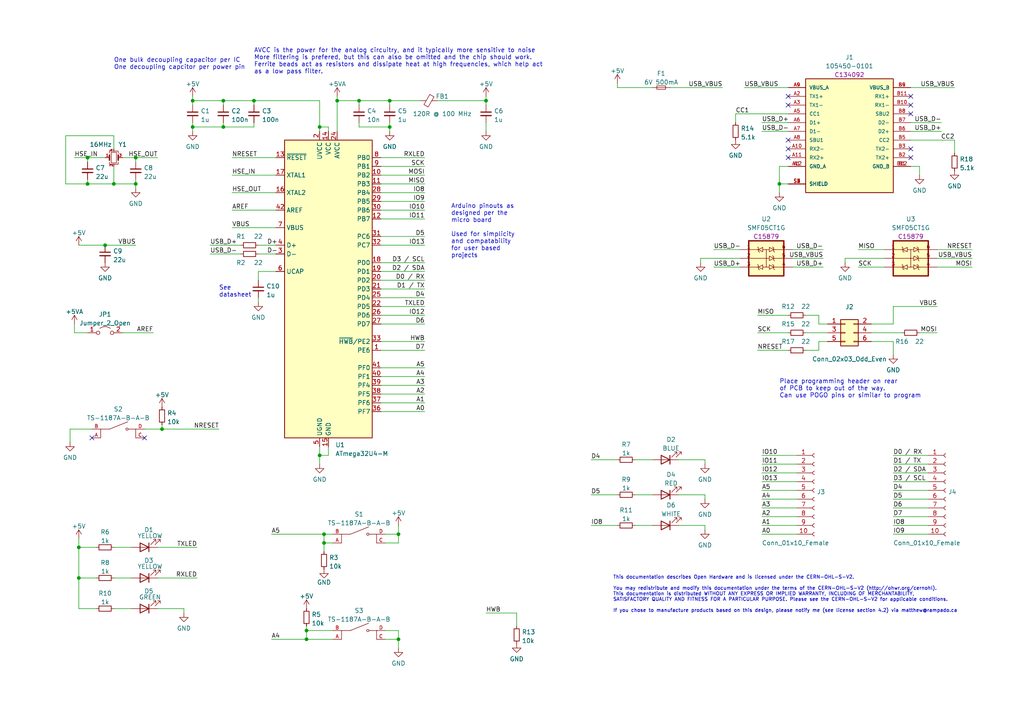
<source format=kicad_sch>
(kicad_sch (version 20211123) (generator eeschema)
  (paper "A4")
  (lib_symbols
    (symbol "Connector:Conn_01x10_Female" (pin_names (offset 1.016) hide)
      (property "Reference" "J" (at 0 12.7 0))
      (property "Value" "Conn_01x10_Female" (at 0 -15.24 0))
      (symbol "Conn_01x10_Female_1_1"
        (pin passive line (at -5.08 10.16 0) (length 3.81) (name "Pin_1") (number "1"))
        (pin passive line (at -5.08 -12.7 0) (length 3.81) (name "Pin_10") (number "10"))
        (pin passive line (at -5.08 7.62 0) (length 3.81) (name "Pin_2") (number "2"))
        (pin passive line (at -5.08 5.08 0) (length 3.81) (name "Pin_3") (number "3"))
        (pin passive line (at -5.08 2.54 0) (length 3.81) (name "Pin_4") (number "4"))
        (pin passive line (at -5.08 0 0) (length 3.81) (name "Pin_5") (number "5"))
        (pin passive line (at -5.08 -2.54 0) (length 3.81) (name "Pin_6") (number "6"))
        (pin passive line (at -5.08 -5.08 0) (length 3.81) (name "Pin_7") (number "7"))
        (pin passive line (at -5.08 -7.62 0) (length 3.81) (name "Pin_8") (number "8"))
        (pin passive line (at -5.08 -10.16 0) (length 3.81) (name "Pin_9") (number "9"))
      )
    )
    (symbol "Connector_Generic:Conn_02x03_Odd_Even" (pin_names (offset 1.016) hide)
      (property "Reference" "J" (at 1.27 5.08 0))
      (property "Value" "Conn_02x03_Odd_Even" (at 1.27 -5.08 0))
      (symbol "Conn_02x03_Odd_Even_1_1"
        (pin passive line (at -5.08 2.54 0) (length 3.81) (name "Pin_1") (number "1"))
        (pin passive line (at 7.62 2.54 180) (length 3.81) (name "Pin_2") (number "2"))
        (pin passive line (at -5.08 0 0) (length 3.81) (name "Pin_3") (number "3"))
        (pin passive line (at 7.62 0 180) (length 3.81) (name "Pin_4") (number "4"))
        (pin passive line (at -5.08 -2.54 0) (length 3.81) (name "Pin_5") (number "5"))
        (pin passive line (at 7.62 -2.54 180) (length 3.81) (name "Pin_6") (number "6"))
      )
    )
    (symbol "Device:C_Small" (pin_numbers hide) (pin_names (offset 0.254) hide)
      (property "Reference" "C" (at 0.254 1.778 0))
      (property "Value" "C_Small" (at 0.254 -2.032 0))
      (symbol "C_Small_1_1"
        (pin passive line (at 0 2.54 270) (length 2.032) (name "~") (number "1"))
        (pin passive line (at 0 -2.54 90) (length 2.032) (name "~") (number "2"))
      )
    )
    (symbol "Device:Crystal_GND24_Small" (pin_names (offset 1.016) hide)
      (property "Reference" "Y" (at 1.27 4.445 0))
      (property "Value" "Crystal_GND24_Small" (at 1.27 2.54 0))
      (symbol "Crystal_GND24_Small_1_1"
        (pin passive line (at -2.54 0 0) (length 1.27) (name "1") (number "1"))
        (pin passive line (at 0 -2.54 90) (length 0.635) (name "2") (number "2"))
        (pin passive line (at 2.54 0 180) (length 1.27) (name "3") (number "3"))
        (pin passive line (at 0 2.54 270) (length 0.635) (name "4") (number "4"))
      )
    )
    (symbol "Device:FerriteBead_Small" (pin_numbers hide) (pin_names (offset 0))
      (property "Reference" "FB" (at 1.905 1.27 0))
      (property "Value" "FerriteBead_Small" (at 1.905 -1.27 0))
      (symbol "FerriteBead_Small_1_1"
        (pin passive line (at 0 2.54 270) (length 1.27) (name "~") (number "1"))
        (pin passive line (at 0 -2.54 90) (length 1.27) (name "~") (number "2"))
      )
    )
    (symbol "Device:Fuse_Small" (pin_numbers hide) (pin_names (offset 0.254) hide)
      (property "Reference" "F" (at 0 -1.524 0))
      (property "Value" "Fuse_Small" (at 0 1.524 0))
      (symbol "Fuse_Small_1_1"
        (pin passive line (at -2.54 0 0) (length 1.27) (name "~") (number "1"))
        (pin passive line (at 2.54 0 180) (length 1.27) (name "~") (number "2"))
      )
    )
    (symbol "Device:LED" (pin_numbers hide) (pin_names (offset 1.016) hide)
      (property "Reference" "D" (at 0 2.54 0))
      (property "Value" "LED" (at 0 -2.54 0))
      (symbol "LED_1_1"
        (pin passive line (at -3.81 0 0) (length 2.54) (name "K") (number "1"))
        (pin passive line (at 3.81 0 180) (length 2.54) (name "A") (number "2"))
      )
    )
    (symbol "Device:R_Small" (pin_numbers hide) (pin_names (offset 0.254) hide)
      (property "Reference" "R" (at 0.762 0.508 0))
      (property "Value" "R_Small" (at 0.762 -1.016 0))
      (symbol "R_Small_1_1"
        (pin passive line (at 0 2.54 270) (length 0.762) (name "~") (number "1"))
        (pin passive line (at 0 -2.54 90) (length 0.762) (name "~") (number "2"))
      )
    )
    (symbol "Jumper:Jumper_2_Open" (pin_names (offset 0) hide)
      (property "Reference" "JP" (at 0 2.794 0))
      (property "Value" "Jumper_2_Open" (at 0 -2.286 0))
      (symbol "Jumper_2_Open_1_1"
        (pin passive line (at -5.08 0 0) (length 2.54) (name "A") (number "1"))
        (pin passive line (at 5.08 0 180) (length 2.54) (name "B") (number "2"))
      )
    )
    (symbol "MCU_Microchip_ATmega:ATmega32U4-M"
      (property "Reference" "U" (at -12.7 44.45 0))
      (property "Value" "ATmega32U4-M" (at 2.54 -44.45 0))
      (symbol "ATmega32U4-M_1_1"
        (pin bidirectional line (at 15.24 -17.78 180) (length 2.54) (name "PE6") (number "1"))
        (pin bidirectional line (at 15.24 33.02 180) (length 2.54) (name "PB2") (number "10"))
        (pin bidirectional line (at 15.24 30.48 180) (length 2.54) (name "PB3") (number "11"))
        (pin bidirectional line (at 15.24 20.32 180) (length 2.54) (name "PB7") (number "12"))
        (pin input line (at -15.24 38.1 0) (length 2.54) (name "~{RESET}") (number "13"))
        (pin power_in line (at 0 45.72 270) (length 2.54) (name "VCC") (number "14"))
        (pin power_in line (at 0 -45.72 90) (length 2.54) (name "GND") (number "15"))
        (pin output line (at -15.24 27.94 0) (length 2.54) (name "XTAL2") (number "16"))
        (pin input line (at -15.24 33.02 0) (length 2.54) (name "XTAL1") (number "17"))
        (pin bidirectional line (at 15.24 7.62 180) (length 2.54) (name "PD0") (number "18"))
        (pin bidirectional line (at 15.24 5.08 180) (length 2.54) (name "PD1") (number "19"))
        (pin power_in line (at -2.54 45.72 270) (length 2.54) (name "UVCC") (number "2"))
        (pin bidirectional line (at 15.24 2.54 180) (length 2.54) (name "PD2") (number "20"))
        (pin bidirectional line (at 15.24 0 180) (length 2.54) (name "PD3") (number "21"))
        (pin bidirectional line (at 15.24 -5.08 180) (length 2.54) (name "PD5") (number "22"))
        (pin passive line (at 0 -45.72 90) (length 2.54) hide (name "GND") (number "23"))
        (pin power_in line (at 2.54 45.72 270) (length 2.54) (name "AVCC") (number "24"))
        (pin bidirectional line (at 15.24 -2.54 180) (length 2.54) (name "PD4") (number "25"))
        (pin bidirectional line (at 15.24 -7.62 180) (length 2.54) (name "PD6") (number "26"))
        (pin bidirectional line (at 15.24 -10.16 180) (length 2.54) (name "PD7") (number "27"))
        (pin bidirectional line (at 15.24 27.94 180) (length 2.54) (name "PB4") (number "28"))
        (pin bidirectional line (at 15.24 25.4 180) (length 2.54) (name "PB5") (number "29"))
        (pin bidirectional line (at -15.24 10.16 0) (length 2.54) (name "D-") (number "3"))
        (pin bidirectional line (at 15.24 22.86 180) (length 2.54) (name "PB6") (number "30"))
        (pin bidirectional line (at 15.24 15.24 180) (length 2.54) (name "PC6") (number "31"))
        (pin bidirectional line (at 15.24 12.7 180) (length 2.54) (name "PC7") (number "32"))
        (pin bidirectional line (at 15.24 -15.24 180) (length 2.54) (name "~{HWB}/PE2") (number "33"))
        (pin passive line (at 0 45.72 270) (length 2.54) hide (name "VCC") (number "34"))
        (pin passive line (at 0 -45.72 90) (length 2.54) hide (name "GND") (number "35"))
        (pin bidirectional line (at 15.24 -35.56 180) (length 2.54) (name "PF7") (number "36"))
        (pin bidirectional line (at 15.24 -33.02 180) (length 2.54) (name "PF6") (number "37"))
        (pin bidirectional line (at 15.24 -30.48 180) (length 2.54) (name "PF5") (number "38"))
        (pin bidirectional line (at 15.24 -27.94 180) (length 2.54) (name "PF4") (number "39"))
        (pin bidirectional line (at -15.24 12.7 0) (length 2.54) (name "D+") (number "4"))
        (pin bidirectional line (at 15.24 -25.4 180) (length 2.54) (name "PF1") (number "40"))
        (pin bidirectional line (at 15.24 -22.86 180) (length 2.54) (name "PF0") (number "41"))
        (pin passive line (at -15.24 22.86 0) (length 2.54) (name "AREF") (number "42"))
        (pin passive line (at 0 -45.72 90) (length 2.54) hide (name "GND") (number "43"))
        (pin passive line (at 2.54 45.72 270) (length 2.54) hide (name "AVCC") (number "44"))
        (pin passive line (at 0 -45.72 90) (length 2.54) hide (name "GND") (number "45"))
        (pin passive line (at -2.54 -45.72 90) (length 2.54) (name "UGND") (number "5"))
        (pin passive line (at -15.24 5.08 0) (length 2.54) (name "UCAP") (number "6"))
        (pin input line (at -15.24 17.78 0) (length 2.54) (name "VBUS") (number "7"))
        (pin bidirectional line (at 15.24 38.1 180) (length 2.54) (name "PB0") (number "8"))
        (pin bidirectional line (at 15.24 35.56 180) (length 2.54) (name "PB1") (number "9"))
      )
    )
    (symbol "Rampado_Master:105450-0101" (pin_names (offset 1.016))
      (property "Reference" "J" (at -12.7 16.002 0))
      (property "Value" "105450-0101" (at -12.7 -18.542 0))
      (property "JLCPCB Part #" "C134092" (at 0 0 0))
      (symbol "105450-0101_0_0"
        (pin power_in line (at -17.78 -10.16 0) (length 5.08) (name "GND_A") (number "A1"))
        (pin bidirectional line (at -17.78 -5.08 0) (length 5.08) (name "RX2-") (number "A10"))
        (pin bidirectional line (at -17.78 -7.62 0) (length 5.08) (name "RX2+") (number "A11"))
        (pin power_in line (at -17.78 -10.16 0) (length 5.08) (name "GND_A") (number "A12"))
        (pin bidirectional line (at -17.78 10.16 0) (length 5.08) (name "TX1+") (number "A2"))
        (pin bidirectional line (at -17.78 7.62 0) (length 5.08) (name "TX1-") (number "A3"))
        (pin power_in line (at -17.78 12.7 0) (length 5.08) (name "VBUS_A") (number "A4"))
        (pin bidirectional line (at -17.78 5.08 0) (length 5.08) (name "CC1") (number "A5"))
        (pin bidirectional line (at -17.78 2.54 0) (length 5.08) (name "D1+") (number "A6"))
        (pin bidirectional line (at -17.78 0 0) (length 5.08) (name "D1-") (number "A7"))
        (pin bidirectional line (at -17.78 -2.54 0) (length 5.08) (name "SBU1") (number "A8"))
        (pin power_in line (at -17.78 12.7 0) (length 5.08) (name "VBUS_A") (number "A9"))
        (pin power_in line (at 17.78 -10.16 180) (length 5.08) (name "GND_B") (number "B1"))
        (pin bidirectional line (at 17.78 7.62 180) (length 5.08) (name "RX1-") (number "B10"))
        (pin bidirectional line (at 17.78 10.16 180) (length 5.08) (name "RX1+") (number "B11"))
        (pin power_in line (at 17.78 -10.16 180) (length 5.08) (name "GND_B") (number "B12"))
        (pin bidirectional line (at 17.78 -7.62 180) (length 5.08) (name "TX2+") (number "B2"))
        (pin bidirectional line (at 17.78 -5.08 180) (length 5.08) (name "TX2-") (number "B3"))
        (pin power_in line (at 17.78 12.7 180) (length 5.08) (name "VBUS_B") (number "B4"))
        (pin bidirectional line (at 17.78 -2.54 180) (length 5.08) (name "CC2") (number "B5"))
        (pin bidirectional line (at 17.78 0 180) (length 5.08) (name "D2+") (number "B6"))
        (pin bidirectional line (at 17.78 2.54 180) (length 5.08) (name "D2-") (number "B7"))
        (pin bidirectional line (at 17.78 5.08 180) (length 5.08) (name "SBU2") (number "B8"))
        (pin power_in line (at 17.78 12.7 180) (length 5.08) (name "VBUS_B") (number "B9"))
        (pin passive line (at -17.78 -15.24 0) (length 5.08) (name "SHIELD") (number "S1"))
        (pin passive line (at -17.78 -15.24 0) (length 5.08) (name "SHIELD") (number "S2"))
        (pin passive line (at -17.78 -15.24 0) (length 5.08) (name "SHIELD") (number "S3"))
        (pin passive line (at -17.78 -15.24 0) (length 5.08) (name "SHIELD") (number "S4"))
      )
    )
    (symbol "Rampado_Master:SMF05CT1G" (pin_names (offset 1.016) hide)
      (property "Reference" "U" (at -5.1054 6.096 0))
      (property "Value" "SMF05CT1G" (at -5.1054 -9.0932 0))
      (property "JLCPCB Part #" "C15879" (at 0 0 0))
      (symbol "SMF05CT1G_0_0"
        (pin passive line (at -7.62 2.54 0) (length 5.08) (name "~") (number "1"))
        (pin passive line (at -7.62 0 0) (length 5.08) (name "~") (number "2"))
        (pin passive line (at -7.62 -2.54 0) (length 5.08) (name "~") (number "3"))
        (pin passive line (at 7.62 -2.54 180) (length 5.08) (name "~") (number "4"))
        (pin passive line (at 7.62 0 180) (length 5.08) (name "~") (number "5"))
        (pin passive line (at 7.62 2.54 180) (length 5.08) (name "~") (number "6"))
      )
    )
    (symbol "Rampado_Master:TS-1187A-B-A-B" (pin_names (offset 1.016) hide)
      (property "Reference" "S" (at -2.54 2.54 0))
      (property "Value" "TS-1187A-B-A-B" (at -8.89 -6.35 0))
      (symbol "TS-1187A-B-A-B_0_0"
        (pin passive line (at -7.62 -2.54 0) (length 2.54) (name "~") (number "A"))
        (pin passive line (at -7.62 0 0) (length 2.54) (name "~") (number "B"))
        (pin passive line (at 7.62 -2.54 180) (length 2.54) (name "~") (number "C"))
        (pin passive line (at 7.62 0 180) (length 2.54) (name "~") (number "D"))
      )
    )
    (symbol "power:+5V" (power) (pin_names (offset 0))
      (property "Value" "+5V" (at 0 3.556 0))
      (symbol "+5V_1_1"
        (pin power_in line (at 0 0 90) (length 0) hide (name "+5V") (number "1"))
      )
    )
    (symbol "power:+5VA" (power) (pin_names (offset 0))
      (property "Value" "+5VA" (at 0 3.556 0))
      (symbol "+5VA_1_1"
        (pin power_in line (at 0 0 90) (length 0) hide (name "+5VA") (number "1"))
      )
    )
    (symbol "power:GND" (power) (pin_names (offset 0))
      (property "Value" "GND" (at 0 -3.81 0))
      (symbol "GND_1_1"
        (pin power_in line (at 0 0 270) (length 0) hide (name "GND") (number "1"))
      )
    )
  )
  (junction (at 39.37 45.72))
  (junction (at 55.88 36.83))
  (junction (at 140.97 29.21))
  (junction (at 25.4 45.72))
  (junction (at 226.06 53.34))
  (junction (at 93.98 157.48))
  (junction (at 113.03 29.21))
  (junction (at 64.77 29.21))
  (junction (at 46.99 124.46))
  (junction (at 55.88 29.21))
  (junction (at 92.71 36.83))
  (junction (at 64.77 36.83))
  (junction (at 88.9 182.88))
  (junction (at 22.86 158.75))
  (junction (at 25.4 53.34))
  (junction (at 115.57 154.94))
  (junction (at 73.66 29.21))
  (junction (at 33.02 53.34))
  (junction (at 39.37 53.34))
  (junction (at 30.48 71.12))
  (junction (at 22.86 167.64))
  (junction (at 97.79 29.21))
  (junction (at 92.71 132.08))
  (junction (at 104.14 29.21))
  (junction (at 93.98 154.94))
  (junction (at 115.57 185.42))
  (junction (at 88.9 185.42))
  (junction (at 113.03 36.83))
  (no_connect (at 41.91 127))
  (no_connect (at 26.67 127))
  (no_connect (at 228.6 45.72))
  (no_connect (at 228.6 43.18))
  (no_connect (at 228.6 40.64))
  (no_connect (at 228.6 30.48))
  (no_connect (at 228.6 27.94))
  (no_connect (at 264.16 27.94))
  (no_connect (at 264.16 45.72))
  (no_connect (at 264.16 43.18))
  (no_connect (at 264.16 33.02))
  (no_connect (at 264.16 30.48))
  (wire (pts (xy 226.06 53.34) (xy 226.06 55.88)))
  (wire (pts (xy 204.47 144.78) (xy 204.47 143.51)))
  (wire (pts (xy 46.99 123.19) (xy 46.99 124.46)))
  (wire (pts (xy 140.97 27.94) (xy 140.97 29.21)))
  (wire (pts (xy 259.08 134.62) (xy 269.24 134.62)))
  (wire (pts (xy 184.15 143.51) (xy 189.23 143.51)))
  (wire (pts (xy 55.88 36.83) (xy 64.77 36.83)))
  (wire (pts (xy 113.03 29.21) (xy 104.14 29.21)))
  (wire (pts (xy 35.56 96.52) (xy 44.45 96.52)))
  (wire (pts (xy 73.66 29.21) (xy 92.71 29.21)))
  (wire (pts (xy 233.68 91.44) (xy 237.49 91.44)))
  (wire (pts (xy 110.49 111.76) (xy 123.19 111.76)))
  (wire (pts (xy 110.49 45.72) (xy 123.19 45.72)))
  (wire (pts (xy 140.97 29.21) (xy 140.97 30.48)))
  (wire (pts (xy 115.57 154.94) (xy 115.57 157.48)))
  (wire (pts (xy 259.08 147.32) (xy 269.24 147.32)))
  (wire (pts (xy 78.74 154.94) (xy 93.98 154.94)))
  (wire (pts (xy 113.03 36.83) (xy 113.03 38.1)))
  (wire (pts (xy 92.71 129.54) (xy 92.71 132.08)))
  (wire (pts (xy 259.08 152.4) (xy 269.24 152.4)))
  (wire (pts (xy 95.25 36.83) (xy 92.71 36.83)))
  (wire (pts (xy 259.08 139.7) (xy 269.24 139.7)))
  (wire (pts (xy 33.02 39.37) (xy 19.05 39.37)))
  (wire (pts (xy 113.03 29.21) (xy 121.92 29.21)))
  (wire (pts (xy 110.49 76.2) (xy 123.19 76.2)))
  (wire (pts (xy 30.48 71.12) (xy 39.37 71.12)))
  (wire (pts (xy 64.77 36.83) (xy 73.66 36.83)))
  (wire (pts (xy 115.57 157.48) (xy 111.76 157.48)))
  (wire (pts (xy 220.98 142.24) (xy 231.14 142.24)))
  (wire (pts (xy 149.86 177.8) (xy 140.97 177.8)))
  (wire (pts (xy 229.87 74.93) (xy 238.76 74.93)))
  (wire (pts (xy 41.91 124.46) (xy 46.99 124.46)))
  (wire (pts (xy 259.08 144.78) (xy 269.24 144.78)))
  (wire (pts (xy 110.49 93.98) (xy 123.19 93.98)))
  (wire (pts (xy 228.6 48.26) (xy 226.06 48.26)))
  (wire (pts (xy 259.08 142.24) (xy 269.24 142.24)))
  (wire (pts (xy 25.4 53.34) (xy 33.02 53.34)))
  (wire (pts (xy 271.78 88.9) (xy 259.08 88.9)))
  (wire (pts (xy 67.31 66.04) (xy 80.01 66.04)))
  (wire (pts (xy 207.01 77.47) (xy 214.63 77.47)))
  (wire (pts (xy 220.98 134.62) (xy 231.14 134.62)))
  (wire (pts (xy 74.93 86.36) (xy 74.93 87.63)))
  (wire (pts (xy 196.85 152.4) (xy 204.47 152.4)))
  (wire (pts (xy 264.16 25.4) (xy 276.86 25.4)))
  (wire (pts (xy 53.34 176.53) (xy 45.72 176.53)))
  (wire (pts (xy 111.76 185.42) (xy 115.57 185.42)))
  (wire (pts (xy 110.49 99.06) (xy 123.19 99.06)))
  (wire (pts (xy 179.07 25.4) (xy 189.23 25.4)))
  (wire (pts (xy 171.45 143.51) (xy 179.07 143.51)))
  (wire (pts (xy 248.92 72.39) (xy 256.54 72.39)))
  (wire (pts (xy 96.52 182.88) (xy 88.9 182.88)))
  (wire (pts (xy 73.66 36.83) (xy 73.66 35.56)))
  (wire (pts (xy 22.86 167.64) (xy 27.94 167.64)))
  (wire (pts (xy 194.31 25.4) (xy 209.55 25.4)))
  (wire (pts (xy 204.47 143.51) (xy 196.85 143.51)))
  (wire (pts (xy 259.08 132.08) (xy 269.24 132.08)))
  (wire (pts (xy 111.76 182.88) (xy 115.57 182.88)))
  (wire (pts (xy 220.98 137.16) (xy 231.14 137.16)))
  (wire (pts (xy 25.4 52.07) (xy 25.4 53.34)))
  (wire (pts (xy 110.49 109.22) (xy 123.19 109.22)))
  (wire (pts (xy 115.57 152.4) (xy 115.57 154.94)))
  (wire (pts (xy 39.37 52.07) (xy 39.37 53.34)))
  (wire (pts (xy 39.37 45.72) (xy 45.72 45.72)))
  (wire (pts (xy 74.93 78.74) (xy 74.93 81.28)))
  (wire (pts (xy 259.08 99.06) (xy 259.08 102.87)))
  (wire (pts (xy 110.49 91.44) (xy 123.19 91.44)))
  (wire (pts (xy 22.86 156.21) (xy 22.86 158.75)))
  (wire (pts (xy 95.25 38.1) (xy 95.25 36.83)))
  (wire (pts (xy 39.37 53.34) (xy 39.37 54.61)))
  (wire (pts (xy 33.02 43.18) (xy 33.02 39.37)))
  (wire (pts (xy 259.08 154.94) (xy 269.24 154.94)))
  (wire (pts (xy 196.85 133.35) (xy 204.47 133.35)))
  (wire (pts (xy 271.78 72.39) (xy 281.94 72.39)))
  (wire (pts (xy 45.72 167.64) (xy 57.15 167.64)))
  (wire (pts (xy 113.03 35.56) (xy 113.03 36.83)))
  (wire (pts (xy 67.31 50.8) (xy 80.01 50.8)))
  (wire (pts (xy 110.49 71.12) (xy 123.19 71.12)))
  (wire (pts (xy 264.16 48.26) (xy 266.7 48.26)))
  (wire (pts (xy 248.92 77.47) (xy 256.54 77.47)))
  (wire (pts (xy 271.78 74.93) (xy 281.94 74.93)))
  (wire (pts (xy 67.31 55.88) (xy 80.01 55.88)))
  (wire (pts (xy 33.02 176.53) (xy 38.1 176.53)))
  (wire (pts (xy 245.11 74.93) (xy 245.11 76.2)))
  (wire (pts (xy 22.86 158.75) (xy 22.86 167.64)))
  (wire (pts (xy 214.63 74.93) (xy 203.2 74.93)))
  (wire (pts (xy 110.49 55.88) (xy 123.19 55.88)))
  (wire (pts (xy 110.49 116.84) (xy 123.19 116.84)))
  (wire (pts (xy 111.76 154.94) (xy 115.57 154.94)))
  (wire (pts (xy 219.71 101.6) (xy 228.6 101.6)))
  (wire (pts (xy 204.47 133.35) (xy 204.47 134.62)))
  (wire (pts (xy 228.6 33.02) (xy 213.36 33.02)))
  (wire (pts (xy 220.98 144.78) (xy 231.14 144.78)))
  (wire (pts (xy 95.25 132.08) (xy 92.71 132.08)))
  (wire (pts (xy 110.49 86.36) (xy 123.19 86.36)))
  (wire (pts (xy 55.88 35.56) (xy 55.88 36.83)))
  (wire (pts (xy 39.37 53.34) (xy 33.02 53.34)))
  (wire (pts (xy 74.93 71.12) (xy 80.01 71.12)))
  (wire (pts (xy 22.86 176.53) (xy 27.94 176.53)))
  (wire (pts (xy 53.34 177.8) (xy 53.34 176.53)))
  (wire (pts (xy 93.98 157.48) (xy 93.98 160.02)))
  (wire (pts (xy 220.98 147.32) (xy 231.14 147.32)))
  (wire (pts (xy 237.49 93.98) (xy 240.03 93.98)))
  (wire (pts (xy 73.66 29.21) (xy 73.66 30.48)))
  (wire (pts (xy 259.08 149.86) (xy 269.24 149.86)))
  (wire (pts (xy 19.05 53.34) (xy 25.4 53.34)))
  (wire (pts (xy 20.32 124.46) (xy 20.32 128.27)))
  (wire (pts (xy 110.49 101.6) (xy 123.19 101.6)))
  (wire (pts (xy 25.4 45.72) (xy 30.48 45.72)))
  (wire (pts (xy 96.52 154.94) (xy 93.98 154.94)))
  (wire (pts (xy 184.15 133.35) (xy 189.23 133.35)))
  (wire (pts (xy 64.77 29.21) (xy 64.77 30.48)))
  (wire (pts (xy 45.72 158.75) (xy 57.15 158.75)))
  (wire (pts (xy 78.74 185.42) (xy 88.9 185.42)))
  (wire (pts (xy 256.54 74.93) (xy 245.11 74.93)))
  (wire (pts (xy 74.93 73.66) (xy 80.01 73.66)))
  (wire (pts (xy 97.79 27.94) (xy 97.79 29.21)))
  (wire (pts (xy 179.07 24.13) (xy 179.07 25.4)))
  (wire (pts (xy 215.9 25.4) (xy 228.6 25.4)))
  (wire (pts (xy 110.49 63.5) (xy 123.19 63.5)))
  (wire (pts (xy 207.01 72.39) (xy 214.63 72.39)))
  (wire (pts (xy 264.16 35.56) (xy 273.05 35.56)))
  (wire (pts (xy 219.71 91.44) (xy 228.6 91.44)))
  (wire (pts (xy 25.4 45.72) (xy 25.4 46.99)))
  (wire (pts (xy 204.47 152.4) (xy 204.47 153.67)))
  (wire (pts (xy 26.67 124.46) (xy 20.32 124.46)))
  (wire (pts (xy 104.14 36.83) (xy 113.03 36.83)))
  (wire (pts (xy 226.06 53.34) (xy 228.6 53.34)))
  (wire (pts (xy 171.45 152.4) (xy 179.07 152.4)))
  (wire (pts (xy 220.98 152.4) (xy 231.14 152.4)))
  (wire (pts (xy 266.7 48.26) (xy 266.7 50.8)))
  (wire (pts (xy 266.7 96.52) (xy 271.78 96.52)))
  (wire (pts (xy 22.86 167.64) (xy 22.86 176.53)))
  (wire (pts (xy 220.98 35.56) (xy 228.6 35.56)))
  (wire (pts (xy 92.71 29.21) (xy 92.71 36.83)))
  (wire (pts (xy 220.98 154.94) (xy 231.14 154.94)))
  (wire (pts (xy 22.86 158.75) (xy 27.94 158.75)))
  (wire (pts (xy 21.59 96.52) (xy 25.4 96.52)))
  (wire (pts (xy 88.9 182.88) (xy 88.9 181.61)))
  (wire (pts (xy 110.49 48.26) (xy 123.19 48.26)))
  (wire (pts (xy 110.49 60.96) (xy 123.19 60.96)))
  (wire (pts (xy 96.52 185.42) (xy 88.9 185.42)))
  (wire (pts (xy 110.49 53.34) (xy 123.19 53.34)))
  (wire (pts (xy 67.31 60.96) (xy 80.01 60.96)))
  (wire (pts (xy 55.88 29.21) (xy 64.77 29.21)))
  (wire (pts (xy 60.96 73.66) (xy 69.85 73.66)))
  (wire (pts (xy 55.88 29.21) (xy 55.88 30.48)))
  (wire (pts (xy 252.73 96.52) (xy 261.62 96.52)))
  (wire (pts (xy 237.49 101.6) (xy 233.68 101.6)))
  (wire (pts (xy 271.78 77.47) (xy 281.94 77.47)))
  (wire (pts (xy 60.96 71.12) (xy 69.85 71.12)))
  (wire (pts (xy 264.16 38.1) (xy 273.05 38.1)))
  (wire (pts (xy 97.79 29.21) (xy 97.79 38.1)))
  (wire (pts (xy 104.14 29.21) (xy 97.79 29.21)))
  (wire (pts (xy 93.98 154.94) (xy 93.98 157.48)))
  (wire (pts (xy 21.59 45.72) (xy 25.4 45.72)))
  (wire (pts (xy 259.08 93.98) (xy 252.73 93.98)))
  (wire (pts (xy 203.2 74.93) (xy 203.2 76.2)))
  (wire (pts (xy 92.71 36.83) (xy 92.71 38.1)))
  (wire (pts (xy 110.49 81.28) (xy 123.19 81.28)))
  (wire (pts (xy 229.87 77.47) (xy 238.76 77.47)))
  (wire (pts (xy 140.97 35.56) (xy 140.97 38.1)))
  (wire (pts (xy 104.14 29.21) (xy 104.14 30.48)))
  (wire (pts (xy 259.08 88.9) (xy 259.08 93.98)))
  (wire (pts (xy 213.36 33.02) (xy 213.36 35.56)))
  (wire (pts (xy 110.49 50.8) (xy 123.19 50.8)))
  (wire (pts (xy 226.06 48.26) (xy 226.06 53.34)))
  (wire (pts (xy 233.68 96.52) (xy 240.03 96.52)))
  (wire (pts (xy 220.98 149.86) (xy 231.14 149.86)))
  (wire (pts (xy 127 29.21) (xy 140.97 29.21)))
  (wire (pts (xy 110.49 114.3) (xy 123.19 114.3)))
  (wire (pts (xy 184.15 152.4) (xy 189.23 152.4)))
  (wire (pts (xy 110.49 68.58) (xy 123.19 68.58)))
  (wire (pts (xy 110.49 119.38) (xy 123.19 119.38)))
  (wire (pts (xy 21.59 93.98) (xy 21.59 96.52)))
  (wire (pts (xy 149.86 181.61) (xy 149.86 177.8)))
  (wire (pts (xy 95.25 129.54) (xy 95.25 132.08)))
  (wire (pts (xy 220.98 132.08) (xy 231.14 132.08)))
  (wire (pts (xy 110.49 88.9) (xy 123.19 88.9)))
  (wire (pts (xy 80.01 78.74) (xy 74.93 78.74)))
  (wire (pts (xy 33.02 48.26) (xy 33.02 53.34)))
  (wire (pts (xy 110.49 58.42) (xy 123.19 58.42)))
  (wire (pts (xy 39.37 45.72) (xy 39.37 46.99)))
  (wire (pts (xy 104.14 35.56) (xy 104.14 36.83)))
  (wire (pts (xy 220.98 38.1) (xy 228.6 38.1)))
  (wire (pts (xy 237.49 99.06) (xy 237.49 101.6)))
  (wire (pts (xy 93.98 157.48) (xy 96.52 157.48)))
  (wire (pts (xy 35.56 45.72) (xy 39.37 45.72)))
  (wire (pts (xy 240.03 99.06) (xy 237.49 99.06)))
  (wire (pts (xy 64.77 36.83) (xy 64.77 35.56)))
  (wire (pts (xy 229.87 72.39) (xy 238.76 72.39)))
  (wire (pts (xy 46.99 124.46) (xy 63.5 124.46)))
  (wire (pts (xy 276.86 40.64) (xy 276.86 44.45)))
  (wire (pts (xy 115.57 185.42) (xy 115.57 187.96)))
  (wire (pts (xy 110.49 106.68) (xy 123.19 106.68)))
  (wire (pts (xy 64.77 29.21) (xy 73.66 29.21)))
  (wire (pts (xy 237.49 91.44) (xy 237.49 93.98)))
  (wire (pts (xy 259.08 137.16) (xy 269.24 137.16)))
  (wire (pts (xy 252.73 99.06) (xy 259.08 99.06)))
  (wire (pts (xy 55.88 36.83) (xy 55.88 38.1)))
  (wire (pts (xy 110.49 83.82) (xy 123.19 83.82)))
  (wire (pts (xy 264.16 40.64) (xy 276.86 40.64)))
  (wire (pts (xy 219.71 96.52) (xy 228.6 96.52)))
  (wire (pts (xy 171.45 133.35) (xy 179.07 133.35)))
  (wire (pts (xy 115.57 182.88) (xy 115.57 185.42)))
  (wire (pts (xy 220.98 139.7) (xy 231.14 139.7)))
  (wire (pts (xy 88.9 185.42) (xy 88.9 182.88)))
  (wire (pts (xy 110.49 78.74) (xy 123.19 78.74)))
  (wire (pts (xy 33.02 167.64) (xy 38.1 167.64)))
  (wire (pts (xy 22.86 71.12) (xy 30.48 71.12)))
  (wire (pts (xy 67.31 45.72) (xy 80.01 45.72)))
  (wire (pts (xy 113.03 29.21) (xy 113.03 30.48)))
  (wire (pts (xy 33.02 158.75) (xy 38.1 158.75)))
  (wire (pts (xy 19.05 39.37) (xy 19.05 53.34)))
  (wire (pts (xy 55.88 27.94) (xy 55.88 29.21)))
  (wire (pts (xy 92.71 132.08) (xy 92.71 134.62)))
  (text "Place programming header on rear \nof PCB to keep out of the way.\nCan use POGO pins or similar to program" (at 226.06 115.57 0) (effects (font (size 1.27 1.27)) (justify left bottom)))
  (text "AVCC is the power for the analog circuitry, and it typically more sensitive to noise\nMore filtering is prefered, but this can also be omitted and the chip should work. \nFerrite beads act as resistors and dissipate heat at high frequencies, which help act\nas a low pass filter. \n" (at 73.66 21.59 0) (effects (font (size 1.27 1.27)) (justify left bottom)))
  (text "See\ndatasheet" (at 63.5 86.36 0) (effects (font (size 1.27 1.27)) (justify left bottom)))
  (text "One bulk decoupling capacitor per IC\nOne decoupling capcitor per power pin" (at 33.02 20.32 0) (effects (font (size 1.27 1.27)) (justify left bottom)))
  (text "This documentation describes Open Hardware and is licensed under the CERN-OHL-S-V2.\n\nYou may redistribute and modify this documentation under the terms of the CERN-OHL-S-V2 (http://ohwr.org/cernohl).\nThis documentation is distributed WITHOUT ANY EXPRESS OR IMPLIED WARRANTY, INCLUDING OF MERCHANTABILITY, \nSATISFACTORY QUALITY AND FITNESS FOR A PARTICULAR PURPOSE. Please see the CERN-OHL-S-V2 for applicable conditions. \n\nIf you chose to manufacture products based on this design, please notify me (see license section 4.2) via matthew@rampado.ca" (at 177.8 177.8 0) (effects (font (size 1 1)) (justify left bottom)))
  (text "Arduino pinouts as \ndesigned per the \nmicro board\n\nUsed for simplicity\nand compatability \nfor user based \nprojects" (at 130.81 74.93 0) (effects (font (size 1.27 1.27)) (justify left bottom)))
  (label "A4" (at 123.19 109.22 180))
  (label "IO12" (at 220.98 137.16 0))
  (label "IO12" (at 123.19 91.44 180))
  (label "IO10" (at 220.98 132.08 0))
  (label "HSE_IN" (at 21.59 45.72 0))
  (label "IO13" (at 123.19 71.12 180))
  (label "USB_D+" (at 238.76 77.47 180))
  (label "MISO" (at 219.71 91.44 0))
  (label "D7" (at 259.08 149.86 0))
  (label "USB_D-" (at 273.05 35.56 180))
  (label "D4" (at 123.19 86.36 180))
  (label "RXLED" (at 57.15 167.64 180))
  (label "VBUS" (at 67.31 66.04 0))
  (label "NRESET" (at 281.94 72.39 180))
  (label "A4" (at 220.98 144.78 0))
  (label "A4" (at 78.74 185.42 0))
  (label "RXLED" (at 123.19 45.72 180))
  (label "A3" (at 123.19 111.76 180))
  (label "A0" (at 123.19 119.38 180))
  (label "IO13" (at 220.98 139.7 0))
  (label "USB_D-" (at 60.96 73.66 0))
  (label "SCK" (at 123.19 48.26 180))
  (label "SCK" (at 248.92 77.47 0))
  (label "CC1" (at 213.36 33.02 0))
  (label "SCK" (at 219.71 96.52 0))
  (label "IO11" (at 123.19 63.5 180))
  (label "HSE_OUT" (at 67.31 55.88 0))
  (label "D6" (at 259.08 147.32 0))
  (label "A2" (at 123.19 114.3 180))
  (label "VBUS" (at 39.37 71.12 180))
  (label "MOSI" (at 123.19 50.8 180))
  (label "D1 {slash} TX" (at 259.08 134.62 0))
  (label "USB_VBUS" (at 276.86 25.4 180))
  (label "D7" (at 123.19 101.6 180))
  (label "MISO" (at 248.92 72.39 0))
  (label "IO8" (at 123.19 55.88 180))
  (label "USB_D-" (at 207.01 72.39 0))
  (label "USB_VBUS" (at 281.94 74.93 180))
  (label "A1" (at 220.98 152.4 0))
  (label "USB_D-" (at 220.98 38.1 0))
  (label "MOSI" (at 271.78 96.52 180))
  (label "NRESET" (at 219.71 101.6 0))
  (label "D6" (at 123.19 93.98 180))
  (label "A1" (at 123.19 116.84 180))
  (label "D-" (at 77.47 73.66 0))
  (label "D2 {slash} SDA" (at 123.19 78.74 180))
  (label "USB_D+" (at 273.05 38.1 180))
  (label "USB_D+" (at 207.01 77.47 0))
  (label "NRESET" (at 63.5 124.46 180))
  (label "USB_VBUS" (at 238.76 74.93 180))
  (label "A5" (at 220.98 142.24 0))
  (label "A5" (at 123.19 106.68 180))
  (label "D4" (at 171.45 133.35 0))
  (label "IO8" (at 171.45 152.4 0))
  (label "USB_D+" (at 60.96 71.12 0))
  (label "TXLED" (at 123.19 88.9 180))
  (label "D2 {slash} SDA" (at 259.08 137.16 0))
  (label "D5" (at 123.19 68.58 180))
  (label "D5" (at 171.45 143.51 0))
  (label "D3 {slash} SCL" (at 123.19 76.2 180))
  (label "AREF" (at 67.31 60.96 0))
  (label "HWB" (at 140.97 177.8 0))
  (label "NRESET" (at 67.31 45.72 0))
  (label "IO10" (at 123.19 60.96 180))
  (label "A3" (at 220.98 147.32 0))
  (label "IO9" (at 123.19 58.42 180))
  (label "IO8" (at 259.08 152.4 0))
  (label "USB_D+" (at 220.98 35.56 0))
  (label "HSE_OUT" (at 45.72 45.72 180))
  (label "D0 {slash} RX" (at 259.08 132.08 0))
  (label "IO9" (at 259.08 154.94 0))
  (label "D4" (at 259.08 142.24 0))
  (label "A5" (at 78.74 154.94 0))
  (label "VBUS" (at 271.78 88.9 180))
  (label "D1 {slash} TX" (at 123.19 83.82 180))
  (label "D3 {slash} SCL" (at 259.08 139.7 0))
  (label "D0 {slash} RX" (at 123.19 81.28 180))
  (label "HSE_IN" (at 67.31 50.8 0))
  (label "USB_VBUS" (at 209.55 25.4 180))
  (label "AREF" (at 44.45 96.52 180))
  (label "IO11" (at 220.98 134.62 0))
  (label "D+" (at 77.47 71.12 0))
  (label "TXLED" (at 57.15 158.75 180))
  (label "A0" (at 220.98 154.94 0))
  (label "MOSI" (at 281.94 77.47 180))
  (label "MISO" (at 123.19 53.34 180))
  (label "D5" (at 259.08 144.78 0))
  (label "USB_D-" (at 238.76 72.39 180))
  (label "USB_VBUS" (at 215.9 25.4 0))
  (label "A2" (at 220.98 149.86 0))
  (label "HWB" (at 123.19 99.06 180))
  (label "CC2" (at 276.86 40.64 180))
  (symbol (lib_id "Device:R_Small") (at 93.98 162.56 180) (unit 1)
    (property "Reference" "R3" (at 95.4786 161.7253 0) (effects (justify right)))
    (property "Value" "10k" (at 95.4786 164.2622 0) (effects (justify right)))
    (property "Footprint" "Resistor_SMD:R_0603_1608Metric" (effects hide))
    (property "JLCPCB Part #" "C25804" (effects hide))
  )
  (symbol (lib_id "Device:R_Small") (at 72.39 71.12 90) (unit 1)
    (property "Reference" "R1" (at 69.85 68.58 90))
    (property "Value" "22" (at 74.93 68.58 90))
    (property "Footprint" "Resistor_SMD:R_0603_1608Metric" (effects hide))
    (property "JLCPCB Part #" "C23345" (effects hide))
  )
  (symbol (lib_id "power:+5V") (at 88.9 176.53 0) (unit 1)
    (property "Reference" "#PWR014" (effects hide))
    (property "Value" "+5V" (at 88.9 172.9542 0))
  )
  (symbol (lib_id "power:GND") (at 115.57 187.96 0) (unit 1)
    (property "Reference" "#PWR016" (effects hide))
    (property "Value" "GND" (at 115.57 192.4034 0))
  )
  (symbol (lib_id "power:+5V") (at 55.88 27.94 0) (unit 1)
    (property "Reference" "#PWR01" (effects hide))
    (property "Value" "+5V" (at 55.88 24.3642 0))
  )
  (symbol (lib_id "Device:C_Small") (at 74.93 83.82 0) (unit 1)
    (property "Reference" "C10" (at 77.2541 82.9916 0) (effects (justify left)))
    (property "Value" "1u" (at 77.2541 85.5285 0) (effects (justify left)))
    (property "Footprint" "Capacitor_SMD:C_0603_1608Metric" (effects hide))
    (property "JLCPCB Part #" "C15849" (effects hide))
  )
  (symbol (lib_id "power:+5V") (at 22.86 156.21 0) (unit 1)
    (property "Reference" "#PWR017" (effects hide))
    (property "Value" "+5V" (at 22.86 152.6342 0))
  )
  (symbol (lib_id "Device:R_Small") (at 231.14 101.6 90) (unit 1)
    (property "Reference" "R17" (at 228.6 99.06 90))
    (property "Value" "22" (at 233.68 99.06 90))
    (property "Footprint" "Resistor_SMD:R_0603_1608Metric" (effects hide))
    (property "JLCPCB Part #" "C23345" (effects hide))
  )
  (symbol (lib_id "Connector_Generic:Conn_02x03_Odd_Even") (at 245.11 96.52 0) (unit 1)
    (property "Reference" "J2" (at 246.38 89.0102 0))
    (property "Value" "Conn_02x03_Odd_Even" (at 246.38 104.14 0))
    (property "Footprint" "Connector_PinHeader_2.54mm:PinHeader_2x03_P2.54mm_Vertical" (effects hide))
    (property "JLCPCB Part #" "C65114" (effects hide))
  )
  (symbol (lib_id "Device:C_Small") (at 30.48 73.66 0) (unit 1)
    (property "Reference" "C9" (at 32.8041 72.8316 0) (effects (justify left)))
    (property "Value" "22u" (at 32.8041 75.3685 0) (effects (justify left)))
    (property "Footprint" "Capacitor_SMD:C_0603_1608Metric" (effects hide))
    (property "JLCPCB Part #" "C59461" (effects hide))
  )
  (symbol (lib_id "power:+5VA") (at 21.59 93.98 0) (unit 1)
    (property "Reference" "#PWR010" (effects hide))
    (property "Value" "+5VA" (at 21.59 90.4042 0))
  )
  (symbol (lib_id "power:GND") (at 74.93 87.63 0) (unit 1)
    (property "Reference" "#PWR09" (effects hide))
    (property "Value" "GND" (at 74.93 92.0734 0))
  )
  (symbol (lib_id "Rampado_Master:SMF05CT1G") (at 264.16 74.93 0) (unit 1)
    (property "Reference" "U3" (at 264.16 63.5372 0))
    (property "Value" "SMF05CT1G" (at 264.16 66.0741 0))
    (property "Footprint" "Rampado_Master:SOT65P210X110-6N" (effects hide))
    (property "JLCPCB Part #" "C15879" (at 264.16 68.611 0))
    (property "STANDARD" "IPC7351B" (effects hide))
    (property "MP" "SMF05CT1G" (effects hide))
    (property "MANUFACTURER" "ON Semiconductor" (effects hide))
    (property "PACKAGE" "SOT-363 ON Semiconductor" (effects hide))
    (property "DESCRIPTION" "SMF05C Series 7.2 V 100 W 5-Line Transient Voltage Suppressor Array - SC-88" (effects hide))
    (property "PRICE" "None" (effects hide))
  )
  (symbol (lib_id "Device:R_Small") (at 264.16 96.52 90) (unit 1)
    (property "Reference" "R16" (at 261.62 99.06 90))
    (property "Value" "22" (at 266.7 99.06 90))
    (property "Footprint" "Resistor_SMD:R_0603_1608Metric" (effects hide))
    (property "JLCPCB Part #" "C23345" (effects hide))
  )
  (symbol (lib_id "Device:R_Small") (at 231.14 96.52 90) (unit 1)
    (property "Reference" "R15" (at 228.6 93.98 90))
    (property "Value" "22" (at 233.68 93.98 90))
    (property "Footprint" "Resistor_SMD:R_0603_1608Metric" (effects hide))
    (property "JLCPCB Part #" "C23345" (effects hide))
  )
  (symbol (lib_id "Device:R_Small") (at 88.9 179.07 180) (unit 1)
    (property "Reference" "R5" (at 90.3986 178.2353 0) (effects (justify right)))
    (property "Value" "10k" (at 90.3986 180.7722 0) (effects (justify right)))
    (property "Footprint" "Resistor_SMD:R_0603_1608Metric" (effects hide))
    (property "JLCPCB Part #" "C25804" (effects hide))
  )
  (symbol (lib_id "power:+5VA") (at 97.79 27.94 0) (unit 1)
    (property "Reference" "#PWR02" (effects hide))
    (property "Value" "+5VA" (at 97.79 24.3642 0))
  )
  (symbol (lib_id "power:GND") (at 259.08 102.87 0) (unit 1)
    (property "Reference" "#PWR027" (effects hide))
    (property "Value" "GND" (at 259.08 107.3134 0))
  )
  (symbol (lib_id "Device:C_Small") (at 64.77 33.02 0) (unit 1)
    (property "Reference" "C2" (at 67.0941 32.1916 0) (effects (justify left)))
    (property "Value" "100n" (at 67.0941 34.7285 0) (effects (justify left)))
    (property "Footprint" "Capacitor_SMD:C_0603_1608Metric" (effects hide))
    (property "JLCPCB Part #" "C14663" (effects hide))
  )
  (symbol (lib_id "Connector:Conn_01x10_Female") (at 274.32 142.24 0) (unit 1)
    (property "Reference" "J4" (at 275.0312 142.6753 0) (effects (justify left)))
    (property "Value" "Conn_01x10_Female" (at 259.08 157.48 0) (effects (justify left)))
    (property "Footprint" "Connector_PinSocket_2.54mm:PinSocket_1x10_P2.54mm_Vertical" (effects hide))
  )
  (symbol (lib_id "Device:LED") (at 193.04 143.51 180) (unit 1)
    (property "Reference" "D4" (at 194.6275 137.6512 0))
    (property "Value" "RED" (at 194.6275 140.1881 0))
    (property "Footprint" "LED_SMD:LED_0603_1608Metric" (effects hide))
    (property "JLCPCB Part #" "C2286" (effects hide))
  )
  (symbol (lib_id "Device:LED") (at 41.91 167.64 180) (unit 1)
    (property "Reference" "D3" (at 43.18 162.56 0))
    (property "Value" "YELLOW" (at 43.4975 164.3181 0))
    (property "Footprint" "LED_SMD:LED_0603_1608Metric" (effects hide))
    (property "JLCPCB Part #" "C72038" (effects hide))
  )
  (symbol (lib_id "Device:C_Small") (at 104.14 33.02 0) (unit 1)
    (property "Reference" "C4" (at 106.4641 32.1916 0) (effects (justify left)))
    (property "Value" "10n" (at 106.4641 34.7285 0) (effects (justify left)))
    (property "Footprint" "Capacitor_SMD:C_0603_1608Metric" (effects hide))
    (property "JLCPCB Part #" "C57112" (effects hide))
  )
  (symbol (lib_id "power:GND") (at 203.2 76.2 0) (unit 1)
    (property "Reference" "#PWR022" (effects hide))
    (property "Value" "GND" (at 203.2 80.6434 0))
  )
  (symbol (lib_id "Device:C_Small") (at 140.97 33.02 0) (unit 1)
    (property "Reference" "C6" (at 143.2941 32.1916 0) (effects (justify left)))
    (property "Value" "1u" (at 143.2941 34.7285 0) (effects (justify left)))
    (property "Footprint" "Capacitor_SMD:C_0603_1608Metric" (effects hide))
    (property "JLCPCB Part #" "C15849" (effects hide))
  )
  (symbol (lib_id "power:GND") (at 204.47 153.67 0) (unit 1)
    (property "Reference" "#PWR024" (effects hide))
    (property "Value" "GND" (at 204.47 158.1134 0))
  )
  (symbol (lib_id "power:GND") (at 30.48 76.2 0) (unit 1)
    (property "Reference" "#PWR08" (effects hide))
    (property "Value" "GND" (at 30.48 80.6434 0))
  )
  (symbol (lib_id "power:GND") (at 53.34 177.8 0) (unit 1)
    (property "Reference" "#PWR021" (effects hide))
    (property "Value" "GND" (at 53.34 182.2434 0))
  )
  (symbol (lib_id "Rampado_Master:TS-1187A-B-A-B") (at 34.29 124.46 0) (unit 1)
    (property "Reference" "S2" (at 34.29 118.6774 0))
    (property "Value" "TS-1187A-B-A-B" (at 34.29 121.2143 0))
    (property "Footprint" "Rampado_Master:SW_TS-1187A-B-A-B" (effects hide))
    (property "JLCPCB Part #" "C318884" (effects hide))
    (property "MANUFACTURER" "XKB Industrial Precision" (effects hide))
    (property "STANDARD" "Manufacturer Recommendations" (effects hide))
    (property "MAXIMUM_PACKAGE_HEIGHT" "1.5mm" (effects hide))
    (property "PARTREV" "A0" (effects hide))
  )
  (symbol (lib_id "Device:C_Small") (at 25.4 49.53 0) (unit 1)
    (property "Reference" "C7" (at 27.7241 48.7016 0) (effects (justify left)))
    (property "Value" "22u" (at 27.7241 51.2385 0) (effects (justify left)))
    (property "Footprint" "Capacitor_SMD:C_0603_1608Metric" (effects hide))
    (property "JLCPCB Part #" "C59461" (effects hide))
  )
  (symbol (lib_id "Device:R_Small") (at 181.61 133.35 90) (unit 1)
    (property "Reference" "R7" (at 181.61 128.9136 90))
    (property "Value" "1k" (at 181.61 131.4505 90))
    (property "Footprint" "Resistor_SMD:R_0603_1608Metric" (effects hide))
    (property "JLCPCB Part #" "C21190" (effects hide))
  )
  (symbol (lib_id "Device:R_Small") (at 231.14 91.44 90) (unit 1)
    (property "Reference" "R12" (at 228.6 88.9 90))
    (property "Value" "22" (at 233.68 88.9 90))
    (property "Footprint" "Resistor_SMD:R_0603_1608Metric" (effects hide))
    (property "JLCPCB Part #" "C23345" (effects hide))
  )
  (symbol (lib_id "power:GND") (at 39.37 54.61 0) (unit 1)
    (property "Reference" "#PWR07" (effects hide))
    (property "Value" "GND" (at 39.37 59.0534 0))
  )
  (symbol (lib_id "Rampado_Master:TS-1187A-B-A-B") (at 104.14 182.88 0) (unit 1)
    (property "Reference" "S3" (at 104.14 177.0974 0))
    (property "Value" "TS-1187A-B-A-B" (at 104.14 179.6343 0))
    (property "Footprint" "Rampado_Master:SW_TS-1187A-B-A-B" (effects hide))
    (property "JLCPCB Part #" "C318884" (effects hide))
    (property "MANUFACTURER" "XKB Industrial Precision" (effects hide))
    (property "STANDARD" "Manufacturer Recommendations" (effects hide))
    (property "MAXIMUM_PACKAGE_HEIGHT" "1.5mm" (effects hide))
    (property "PARTREV" "A0" (effects hide))
  )
  (symbol (lib_id "Device:C_Small") (at 73.66 33.02 0) (unit 1)
    (property "Reference" "C3" (at 75.9841 32.1916 0) (effects (justify left)))
    (property "Value" "100n" (at 75.9841 34.7285 0) (effects (justify left)))
    (property "Footprint" "Capacitor_SMD:C_0603_1608Metric" (effects hide))
    (property "JLCPCB Part #" "C14663" (effects hide))
  )
  (symbol (lib_id "Device:C_Small") (at 39.37 49.53 0) (unit 1)
    (property "Reference" "C8" (at 41.6941 48.7016 0) (effects (justify left)))
    (property "Value" "22u" (at 41.6941 51.2385 0) (effects (justify left)))
    (property "Footprint" "Capacitor_SMD:C_0603_1608Metric" (effects hide))
    (property "JLCPCB Part #" "C59461" (effects hide))
  )
  (symbol (lib_id "power:GND") (at 276.86 49.53 0) (unit 1)
    (property "Reference" "#PWR028" (effects hide))
    (property "Value" "GND" (at 276.86 53.9734 0))
  )
  (symbol (lib_id "Device:R_Small") (at 30.48 176.53 90) (unit 1)
    (property "Reference" "R10" (at 30.48 172.0936 90))
    (property "Value" "1k" (at 30.48 174.6305 90))
    (property "Footprint" "Resistor_SMD:R_0603_1608Metric" (effects hide))
    (property "JLCPCB Part #" "C21190" (effects hide))
  )
  (symbol (lib_id "power:GND") (at 55.88 38.1 0) (unit 1)
    (property "Reference" "#PWR04" (effects hide))
    (property "Value" "GND" (at 55.88 42.5434 0))
  )
  (symbol (lib_id "power:GND") (at 20.32 128.27 0) (unit 1)
    (property "Reference" "#PWR015" (effects hide))
    (property "Value" "GND" (at 20.32 132.7134 0))
  )
  (symbol (lib_id "Device:LED") (at 193.04 133.35 180) (unit 1)
    (property "Reference" "D2" (at 194.6275 127.4912 0))
    (property "Value" "BLUE" (at 194.6275 130.0281 0))
    (property "Footprint" "LED_SMD:LED_0603_1608Metric" (effects hide))
    (property "JLCPCB Part #" "C72041" (effects hide))
  )
  (symbol (lib_id "Device:R_Small") (at 276.86 46.99 0) (unit 1)
    (property "Reference" "R18" (at 278.3586 46.1553 0) (effects (justify left)))
    (property "Value" "5.1k" (at 278.3586 48.6922 0) (effects (justify left)))
    (property "Footprint" "Resistor_SMD:R_0603_1608Metric" (effects hide))
    (property "JLCPCB Part #" "C23186" (effects hide))
  )
  (symbol (lib_id "power:GND") (at 92.71 134.62 0) (unit 1)
    (property "Reference" "#PWR018" (effects hide))
    (property "Value" "GND" (at 92.71 139.0634 0))
  )
  (symbol (lib_id "Rampado_Master:TS-1187A-B-A-B") (at 104.14 154.94 0) (unit 1)
    (property "Reference" "S1" (at 104.14 149.1574 0))
    (property "Value" "TS-1187A-B-A-B" (at 104.14 151.6943 0))
    (property "Footprint" "Rampado_Master:SW_TS-1187A-B-A-B" (effects hide))
    (property "JLCPCB Part #" "C318884" (effects hide))
    (property "MANUFACTURER" "XKB Industrial Precision" (effects hide))
    (property "STANDARD" "Manufacturer Recommendations" (effects hide))
    (property "MAXIMUM_PACKAGE_HEIGHT" "1.5mm" (effects hide))
    (property "PARTREV" "A0" (effects hide))
  )
  (symbol (lib_id "power:GND") (at 113.03 38.1 0) (unit 1)
    (property "Reference" "#PWR05" (effects hide))
    (property "Value" "GND" (at 113.03 42.5434 0))
  )
  (symbol (lib_id "Device:LED") (at 41.91 158.75 180) (unit 1)
    (property "Reference" "D1" (at 43.18 153.67 0))
    (property "Value" "YELLOW" (at 43.4975 155.4281 0))
    (property "Footprint" "LED_SMD:LED_0603_1608Metric" (effects hide))
    (property "JLCPCB Part #" "C72038" (effects hide))
  )
  (symbol (lib_id "power:GND") (at 226.06 55.88 0) (unit 1)
    (property "Reference" "#PWR030" (effects hide))
    (property "Value" "GND" (at 226.06 60.3234 0))
  )
  (symbol (lib_id "Rampado_Master:105450-0101") (at 246.38 38.1 0) (unit 1)
    (property "Reference" "J1" (at 246.38 16.6234 0))
    (property "Value" "105450-0101" (at 246.38 19.1603 0))
    (property "Footprint" "Rampado_Master:MOLEX_105450-0101" (effects hide))
    (property "JLCPCB Part #" "C134092" (at 246.38 21.6972 0))
    (property "PARTREV" "A7" (effects hide))
    (property "MANUFACTURER" "Molex" (effects hide))
    (property "MAXIMUM_PACKAGE_HEIGHT" "3.24mm" (effects hide))
    (property "STANDARD" "Manufacturer Recommendations" (effects hide))
  )
  (symbol (lib_id "power:GND") (at 149.86 186.69 0) (unit 1)
    (property "Reference" "#PWR025" (effects hide))
    (property "Value" "GND" (at 149.86 191.1334 0))
  )
  (symbol (lib_id "Rampado_Master:SMF05CT1G") (at 222.25 74.93 0) (unit 1)
    (property "Reference" "U2" (at 222.25 63.5372 0))
    (property "Value" "SMF05CT1G" (at 222.25 66.0741 0))
    (property "Footprint" "Rampado_Master:SOT65P210X110-6N" (effects hide))
    (property "JLCPCB Part #" "C15879" (at 222.25 68.611 0))
    (property "STANDARD" "IPC7351B" (effects hide))
    (property "MP" "SMF05CT1G" (effects hide))
    (property "MANUFACTURER" "ON Semiconductor" (effects hide))
    (property "PACKAGE" "SOT-363 ON Semiconductor" (effects hide))
    (property "DESCRIPTION" "SMF05C Series 7.2 V 100 W 5-Line Transient Voltage Suppressor Array - SC-88" (effects hide))
    (property "PRICE" "None" (effects hide))
  )
  (symbol (lib_id "MCU_Microchip_ATmega:ATmega32U4-M") (at 95.25 83.82 0) (unit 1)
    (property "Reference" "U1" (at 97.2694 129.0304 0) (effects (justify left)))
    (property "Value" "ATmega32U4-M" (at 97.2694 131.5673 0) (effects (justify left)))
    (property "Footprint" "Package_DFN_QFN:QFN-44-1EP_7x7mm_P0.5mm_EP5.2x5.2mm" (effects hide))
    (property "Datasheet" "http://ww1.microchip.com/downloads/en/DeviceDoc/Atmel-7766-8-bit-AVR-ATmega16U4-32U4_Datasheet.pdf" (effects hide))
    (property "JLCPCB Part #" "C112161" (effects hide))
  )
  (symbol (lib_id "Connector:Conn_01x10_Female") (at 236.22 142.24 0) (unit 1)
    (property "Reference" "J3" (at 236.9312 142.6753 0) (effects (justify left)))
    (property "Value" "Conn_01x10_Female" (at 220.98 157.48 0) (effects (justify left)))
    (property "Footprint" "Connector_PinSocket_2.54mm:PinSocket_1x10_P2.54mm_Vertical" (effects hide))
  )
  (symbol (lib_id "Device:LED") (at 41.91 176.53 180) (unit 1)
    (property "Reference" "D5" (at 43.18 171.45 0))
    (property "Value" "GREEN" (at 43.4975 173.2081 0))
    (property "Footprint" "LED_SMD:LED_0603_1608Metric" (effects hide))
    (property "JLCPCB Part #" "C72043" (effects hide))
  )
  (symbol (lib_id "power:GND") (at 213.36 40.64 0) (unit 1)
    (property "Reference" "#PWR026" (effects hide))
    (property "Value" "GND" (at 213.36 45.0834 0))
  )
  (symbol (lib_id "Device:Crystal_GND24_Small") (at 33.02 45.72 0) (unit 1)
    (property "Reference" "Y1" (at 35.56 41.91 0))
    (property "Value" "16MHz" (at 29.21 41.91 0))
    (property "Footprint" "Crystal:Crystal_SMD_3225-4Pin_3.2x2.5mm" (effects hide))
    (property "JLCPCB Part #" "C112972" (effects hide))
  )
  (symbol (lib_id "Device:R_Small") (at 46.99 120.65 180) (unit 1)
    (property "Reference" "R4" (at 48.4886 119.8153 0) (effects (justify right)))
    (property "Value" "10k" (at 48.4886 122.3522 0) (effects (justify right)))
    (property "Footprint" "Resistor_SMD:R_0603_1608Metric" (effects hide))
    (property "JLCPCB Part #" "C25804" (effects hide))
  )
  (symbol (lib_id "Device:R_Small") (at 181.61 152.4 90) (unit 1)
    (property "Reference" "R11" (at 181.61 147.9636 90))
    (property "Value" "1k" (at 181.61 150.5005 90))
    (property "Footprint" "Resistor_SMD:R_0603_1608Metric" (effects hide))
    (property "JLCPCB Part #" "C21190" (effects hide))
  )
  (symbol (lib_id "Device:FerriteBead_Small") (at 124.46 29.21 90) (unit 1)
    (property "Reference" "FB1" (at 128.27 27.94 90))
    (property "Value" "120R @ 100 MHz" (at 128.27 33.02 90))
    (property "Footprint" "Inductor_SMD:L_0603_1608Metric" (effects hide))
    (property "JLCPCB Part #" "C1015" (effects hide))
  )
  (symbol (lib_id "Device:R_Small") (at 149.86 184.15 0) (unit 1)
    (property "Reference" "R13" (at 151.3586 183.3153 0) (effects (justify left)))
    (property "Value" "10k" (at 151.3586 185.8522 0) (effects (justify left)))
    (property "Footprint" "Resistor_SMD:R_0603_1608Metric" (effects hide))
    (property "JLCPCB Part #" "C25804" (effects hide))
  )
  (symbol (lib_id "power:GND") (at 204.47 144.78 0) (unit 1)
    (property "Reference" "#PWR020" (effects hide))
    (property "Value" "GND" (at 204.47 149.2234 0))
  )
  (symbol (lib_id "power:GND") (at 204.47 134.62 0) (unit 1)
    (property "Reference" "#PWR019" (effects hide))
    (property "Value" "GND" (at 204.47 139.0634 0))
  )
  (symbol (lib_id "power:GND") (at 245.11 76.2 0) (unit 1)
    (property "Reference" "#PWR023" (effects hide))
    (property "Value" "GND" (at 245.11 80.6434 0))
  )
  (symbol (lib_id "Device:R_Small") (at 30.48 167.64 90) (unit 1)
    (property "Reference" "R8" (at 30.48 163.2036 90))
    (property "Value" "1k" (at 30.48 165.7405 90))
    (property "Footprint" "Resistor_SMD:R_0603_1608Metric" (effects hide))
    (property "JLCPCB Part #" "C21190" (effects hide))
  )
  (symbol (lib_id "Device:R_Small") (at 213.36 38.1 0) (unit 1)
    (property "Reference" "R14" (at 214.8586 37.2653 0) (effects (justify left)))
    (property "Value" "5.1k" (at 214.8586 39.8022 0) (effects (justify left)))
    (property "Footprint" "Resistor_SMD:R_0603_1608Metric" (effects hide))
    (property "JLCPCB Part #" "C23186" (effects hide))
  )
  (symbol (lib_id "power:+5V") (at 115.57 152.4 0) (unit 1)
    (property "Reference" "#PWR011" (effects hide))
    (property "Value" "+5V" (at 115.57 148.8242 0))
  )
  (symbol (lib_id "Device:Fuse_Small") (at 191.77 25.4 0) (unit 1)
    (property "Reference" "F1" (at 191.77 21.3192 0))
    (property "Value" "6V 500mA" (at 191.77 23.8561 0))
    (property "Footprint" "Fuse:Fuse_0603_1608Metric_Pad1.05x0.95mm_HandSolder" (effects hide))
    (property "JLCPCB Part #" "C135323" (effects hide))
  )
  (symbol (lib_id "Device:R_Small") (at 72.39 73.66 90) (unit 1)
    (property "Reference" "R2" (at 69.85 76.2 90))
    (property "Value" "22" (at 74.93 76.2 90))
    (property "Footprint" "Resistor_SMD:R_0603_1608Metric" (effects hide))
    (property "JLCPCB Part #" "C23345" (effects hide))
  )
  (symbol (lib_id "power:+5V") (at 22.86 71.12 0) (unit 1)
    (property "Reference" "#PWR031" (effects hide))
    (property "Value" "+5V" (at 22.86 67.5442 0))
  )
  (symbol (lib_id "Jumper:Jumper_2_Open") (at 30.48 96.52 0) (unit 1)
    (property "Reference" "JP1" (at 30.48 91.1692 0))
    (property "Value" "Jumper_2_Open" (at 30.48 93.7061 0))
    (property "Footprint" "Jumper:SolderJumper-2_P1.3mm_Open_RoundedPad1.0x1.5mm" (effects hide))
    (property "JLCPCB Part #" "N/A" (effects hide))
  )
  (symbol (lib_id "power:GND") (at 93.98 165.1 0) (unit 1)
    (property "Reference" "#PWR012" (effects hide))
    (property "Value" "GND" (at 93.98 168.91 0))
  )
  (symbol (lib_id "Device:C_Small") (at 55.88 33.02 0) (unit 1)
    (property "Reference" "C1" (at 58.2041 32.1916 0) (effects (justify left)))
    (property "Value" "1u" (at 58.2041 34.7285 0) (effects (justify left)))
    (property "Footprint" "Capacitor_SMD:C_0603_1608Metric" (effects hide))
    (property "JLCPCB Part #" "C15849" (effects hide))
  )
  (symbol (lib_id "power:+5V") (at 46.99 118.11 0) (unit 1)
    (property "Reference" "#PWR013" (effects hide))
    (property "Value" "+5V" (at 46.99 114.5342 0))
  )
  (symbol (lib_id "Device:C_Small") (at 113.03 33.02 0) (unit 1)
    (property "Reference" "C5" (at 115.3541 32.1916 0) (effects (justify left)))
    (property "Value" "1u" (at 115.3541 34.7285 0) (effects (justify left)))
    (property "Footprint" "Capacitor_SMD:C_0603_1608Metric" (effects hide))
    (property "JLCPCB Part #" "C15849" (effects hide))
  )
  (symbol (lib_id "Device:R_Small") (at 181.61 143.51 90) (unit 1)
    (property "Reference" "R9" (at 181.61 139.0736 90))
    (property "Value" "1k" (at 181.61 141.6105 90))
    (property "Footprint" "Resistor_SMD:R_0603_1608Metric" (effects hide))
    (property "JLCPCB Part #" "C21190" (effects hide))
  )
  (symbol (lib_id "power:GND") (at 140.97 38.1 0) (unit 1)
    (property "Reference" "#PWR06" (effects hide))
    (property "Value" "GND" (at 140.97 42.5434 0))
  )
  (symbol (lib_id "power:GND") (at 266.7 50.8 0) (unit 1)
    (property "Reference" "#PWR029" (effects hide))
    (property "Value" "GND" (at 266.7 55.2434 0))
  )
  (symbol (lib_id "power:+5V") (at 179.07 24.13 0) (unit 1)
    (property "Reference" "#PWR0101" (effects hide))
    (property "Value" "+5V" (at 179.07 20.5542 0))
  )
  (symbol (lib_id "Device:R_Small") (at 30.48 158.75 90) (unit 1)
    (property "Reference" "R6" (at 30.48 154.3136 90))
    (property "Value" "1k" (at 30.48 156.8505 90))
    (property "Footprint" "Resistor_SMD:R_0603_1608Metric" (effects hide))
    (property "JLCPCB Part #" "C21190" (effects hide))
  )
  (symbol (lib_id "Device:LED") (at 193.04 152.4 180) (unit 1)
    (property "Reference" "D6" (at 194.6275 146.5412 0))
    (property "Value" "WHITE" (at 194.6275 149.0781 0))
    (property "Footprint" "LED_SMD:LED_0603_1608Metric" (effects hide))
    (property "JLCPCB Part #" "C2290" (effects hide))
  )
  (symbol (lib_id "power:+5V") (at 140.97 27.94 0) (unit 1)
    (property "Reference" "#PWR03" (effects hide))
    (property "Value" "+5V" (at 140.97 24.3642 0))
  )
)
</source>
